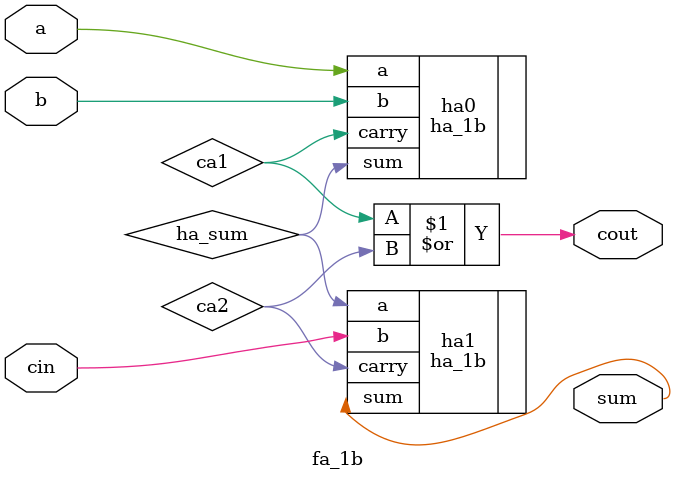
<source format=sv>
module fa_1b (
	input wire a,
	input wire b,
	input wire cin,
	output wire cout,
	output wire sum
	);

	reg ha_sum, ca1, ca2;

	ha_1b ha0 (.a(a),	.b(b),	.carry(ca1), .sum(ha_sum));
	ha_1b ha1 (.a(ha_sum),	.b(cin),	.carry(ca2), .sum(sum));
	
	assign	cout = ca1 | ca2;
endmodule

</source>
